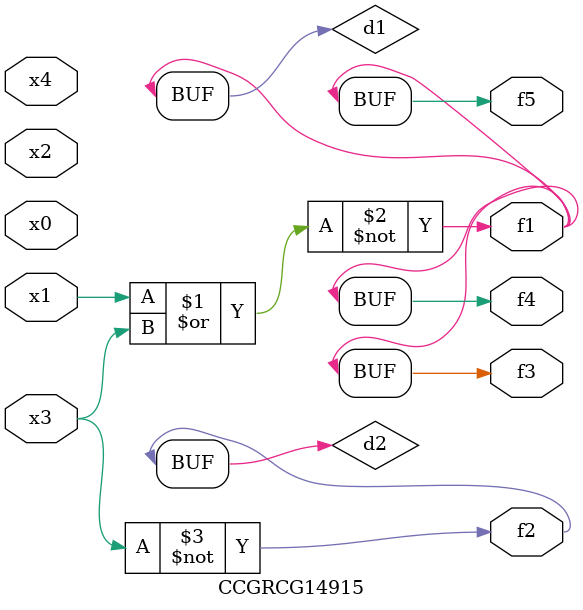
<source format=v>
module CCGRCG14915(
	input x0, x1, x2, x3, x4,
	output f1, f2, f3, f4, f5
);

	wire d1, d2;

	nor (d1, x1, x3);
	not (d2, x3);
	assign f1 = d1;
	assign f2 = d2;
	assign f3 = d1;
	assign f4 = d1;
	assign f5 = d1;
endmodule

</source>
